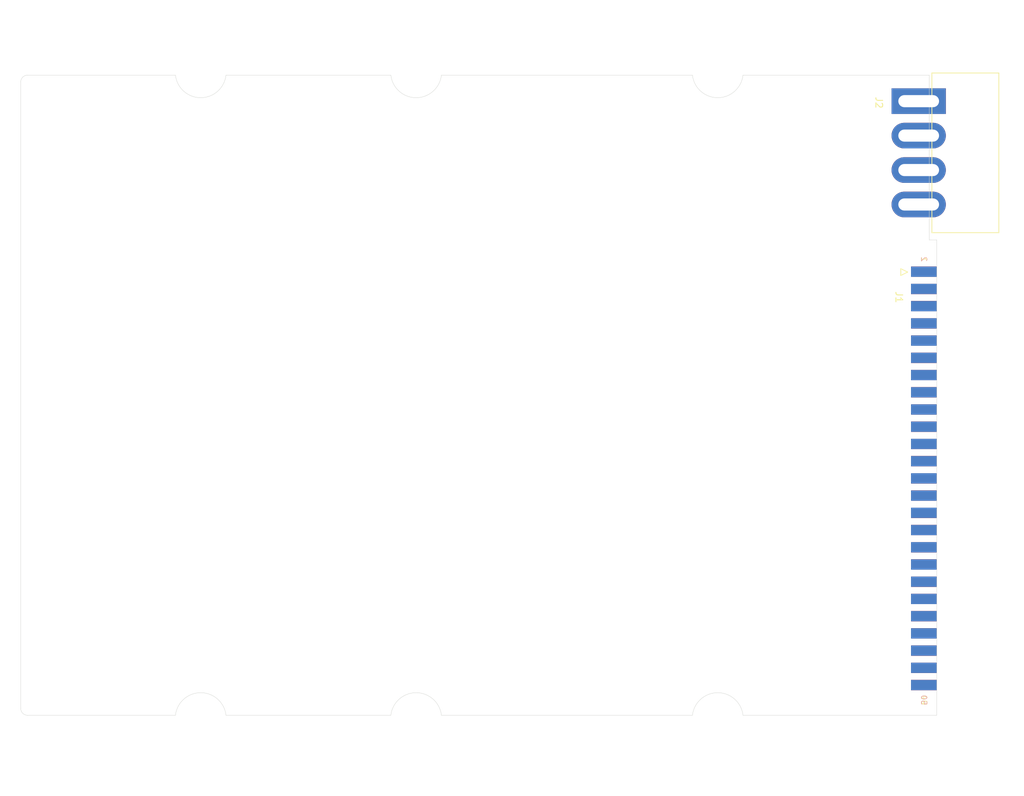
<source format=kicad_pcb>
(kicad_pcb (version 20211014) (generator pcbnew)
  (layers (0 "F.Cu" signal) (31 "B.Cu" signal) (34 "B.Paste" user) (35 "F.Paste" user) (36 "B.SilkS" user "B.Silkscreen") (37 "F.SilkS" user "F.Silkscreen") (38 "B.Mask" user) (39 "F.Mask" user) (44 "Edge.Cuts" user))
  (net 0 "")
  (footprint "project:TE_MATE-N-LOK_350211-1_1x04_P5.08mm_Edge" (layer "F.Cu") (at 208.388 63.954)
    (fp_text reference "J2" (at -7.9 -7.4 -90 unlocked) (layer "F.SilkS"))
    (fp_text value "Hard_Drive_Mate_n-Lok_Power_Conn_01x04")
    (fp_line (start -0.1 11.77) (end -0.1 -11.77) (layer "F.SilkS") (width 0.12))
    (fp_line (start 9.768 -11.77) (end 9.768 11.77) (layer "F.SilkS") (width 0.12))
    (fp_line (start -0.1 -11.77) (end 9.768 -11.77) (layer "F.SilkS") (width 0.12))
    (fp_line (start -0.1 11.77) (end 9.768 11.77) (layer "F.SilkS") (width 0.12))
    (pad "1" thru_hole rect (at -2.043 -7.62 90) (size 3.78 8) (drill oval 1.78 6) (layers *.Cu *.Mask))
    (pad "2" thru_hole oval (at -2.043 -2.54 90) (size 3.78 8) (drill oval 1.78 6) (layers *.Cu *.Mask))
    (pad "3" thru_hole oval (at -2.043 2.54 90) (size 3.78 8) (drill oval 1.78 6) (layers *.Cu *.Mask))
    (pad "4" thru_hole oval (at -2.043 7.62 90) (size 3.78 8) (drill oval 1.78 6) (layers *.Cu *.Mask))
  )
  (footprint "project:IDC-Header_2x25_P2.54mm_Edge" (layer "F.Cu") (at 209.023 81.288)
    (fp_text reference "J1" (at -5.58 3.96 -90 unlocked) (layer "F.SilkS"))
    (fp_text value "SCSI_SE_Internal_Conn_02x25_Odd_Even_MountingPin")
    (fp_text user "50" (at -1.905 63.373 -90 unlocked) (layer "B.SilkS") (effects (font (size 0.8 0.8) (thickness 0.1)) (justify mirror)))
    (fp_text user "2" (at -1.905 -1.651 -90 unlocked) (layer "B.SilkS") (effects (font (size 0.8 0.8) (thickness 0.1)) (justify mirror)))
    (fp_text user "49" (at -1.905 63.373 -90 unlocked) (layer "F.SilkS") (effects (font (size 0.8 0.8) (thickness 0.1))))
    (fp_text user "1" (at -1.905 -1.651 -90 unlocked) (layer "F.SilkS") (effects (font (size 0.8 0.8) (thickness 0.1))))
    (fp_line (start -4.315 0.254) (end -5.315 -0.246) (layer "F.SilkS") (width 0.12))
    (fp_line (start -5.315 0.754) (end -4.315 0.254) (layer "F.SilkS") (width 0.12))
    (fp_line (start -5.315 -0.246) (end -5.315 0.754) (layer "F.SilkS") (width 0.12))
    (pad "1" smd rect (at -1.905 0.2) (size 3.81 1.524) (layers "F.Cu" "F.Paste" "F.Mask"))
    (pad "2" smd rect (at -1.905 0.2) (size 3.81 1.524) (layers "B.Cu" "B.Paste" "B.Mask"))
    (pad "3" smd rect (at -1.905 2.74) (size 3.81 1.524) (layers "F.Cu" "F.Paste" "F.Mask"))
    (pad "4" smd rect (at -1.905 2.74) (size 3.81 1.524) (layers "B.Cu" "B.Paste" "B.Mask"))
    (pad "5" smd rect (at -1.905 5.28) (size 3.81 1.524) (layers "F.Cu" "F.Paste" "F.Mask"))
    (pad "6" smd rect (at -1.905 5.28) (size 3.81 1.524) (layers "B.Cu" "B.Paste" "B.Mask"))
    (pad "7" smd rect (at -1.905 7.82) (size 3.81 1.524) (layers "F.Cu" "F.Paste" "F.Mask"))
    (pad "8" smd rect (at -1.905 7.82) (size 3.81 1.524) (layers "B.Cu" "B.Paste" "B.Mask"))
    (pad "9" smd rect (at -1.905 10.36) (size 3.81 1.524) (layers "F.Cu" "F.Paste" "F.Mask"))
    (pad "10" smd rect (at -1.905 10.36) (size 3.81 1.524) (layers "B.Cu" "B.Paste" "B.Mask"))
    (pad "11" smd rect (at -1.905 12.9) (size 3.81 1.524) (layers "F.Cu" "F.Paste" "F.Mask"))
    (pad "12" smd rect (at -1.905 12.9) (size 3.81 1.524) (layers "B.Cu" "B.Paste" "B.Mask"))
    (pad "13" smd rect (at -1.905 15.44) (size 3.81 1.524) (layers "F.Cu" "F.Paste" "F.Mask"))
    (pad "14" smd rect (at -1.905 15.44) (size 3.81 1.524) (layers "B.Cu" "B.Paste" "B.Mask"))
    (pad "15" smd rect (at -1.905 17.98) (size 3.81 1.524) (layers "F.Cu" "F.Paste" "F.Mask"))
    (pad "16" smd rect (at -1.905 17.98) (size 3.81 1.524) (layers "B.Cu" "B.Paste" "B.Mask"))
    (pad "17" smd rect (at -1.905 20.52) (size 3.81 1.524) (layers "F.Cu" "F.Paste" "F.Mask"))
    (pad "18" smd rect (at -1.905 20.52) (size 3.81 1.524) (layers "B.Cu" "B.Paste" "B.Mask"))
    (pad "19" smd rect (at -1.905 23.06) (size 3.81 1.524) (layers "F.Cu" "F.Paste" "F.Mask"))
    (pad "20" smd rect (at -1.905 23.06) (size 3.81 1.524) (layers "B.Cu" "B.Paste" "B.Mask"))
    (pad "21" smd rect (at -1.905 25.6) (size 3.81 1.524) (layers "F.Cu" "F.Paste" "F.Mask"))
    (pad "22" smd rect (at -1.905 25.6) (size 3.81 1.524) (layers "B.Cu" "B.Paste" "B.Mask"))
    (pad "23" smd rect (at -1.905 28.14) (size 3.81 1.524) (layers "F.Cu" "F.Paste" "F.Mask"))
    (pad "24" smd rect (at -1.905 28.14) (size 3.81 1.524) (layers "B.Cu" "B.Paste" "B.Mask"))
    (pad "25" smd rect (at -1.905 30.68) (size 3.81 1.524) (layers "F.Cu" "F.Paste" "F.Mask"))
    (pad "26" smd rect (at -1.905 30.68) (size 3.81 1.524) (layers "B.Cu" "B.Paste" "B.Mask"))
    (pad "27" smd rect (at -1.905 33.22) (size 3.81 1.524) (layers "F.Cu" "F.Paste" "F.Mask"))
    (pad "28" smd rect (at -1.905 33.22) (size 3.81 1.524) (layers "B.Cu" "B.Paste" "B.Mask"))
    (pad "29" smd rect (at -1.905 35.76) (size 3.81 1.524) (layers "F.Cu" "F.Paste" "F.Mask"))
    (pad "30" smd rect (at -1.905 35.76) (size 3.81 1.524) (layers "B.Cu" "B.Paste" "B.Mask"))
    (pad "31" smd rect (at -1.905 38.3) (size 3.81 1.524) (layers "F.Cu" "F.Paste" "F.Mask"))
    (pad "32" smd rect (at -1.905 38.3) (size 3.81 1.524) (layers "B.Cu" "B.Paste" "B.Mask"))
    (pad "33" smd rect (at -1.905 40.84) (size 3.81 1.524) (layers "F.Cu" "F.Paste" "F.Mask"))
    (pad "34" smd rect (at -1.905 40.84) (size 3.81 1.524) (layers "B.Cu" "B.Paste" "B.Mask"))
    (pad "35" smd rect (at -1.905 43.38) (size 3.81 1.524) (layers "F.Cu" "F.Paste" "F.Mask"))
    (pad "36" smd rect (at -1.905 43.38) (size 3.81 1.524) (layers "B.Cu" "B.Paste" "B.Mask"))
    (pad "37" smd rect (at -1.905 45.92) (size 3.81 1.524) (layers "F.Cu" "F.Paste" "F.Mask"))
    (pad "38" smd rect (at -1.905 45.92) (size 3.81 1.524) (layers "B.Cu" "B.Paste" "B.Mask"))
    (pad "39" smd rect (at -1.905 48.46) (size 3.81 1.524) (layers "F.Cu" "F.Paste" "F.Mask"))
    (pad "40" smd rect (at -1.905 48.46) (size 3.81 1.524) (layers "B.Cu" "B.Paste" "B.Mask"))
    (pad "41" smd rect (at -1.905 51) (size 3.81 1.524) (layers "F.Cu" "F.Paste" "F.Mask"))
    (pad "42" smd rect (at -1.905 51) (size 3.81 1.524) (layers "B.Cu" "B.Paste" "B.Mask"))
    (pad "43" smd rect (at -1.905 53.54) (size 3.81 1.524) (layers "F.Cu" "F.Paste" "F.Mask"))
    (pad "44" smd rect (at -1.905 53.54) (size 3.81 1.524) (layers "B.Cu" "B.Paste" "B.Mask"))
    (pad "45" smd rect (at -1.905 56.08) (size 3.81 1.524) (layers "F.Cu" "F.Paste" "F.Mask"))
    (pad "46" smd rect (at -1.905 56.08) (size 3.81 1.524) (layers "B.Cu" "B.Paste" "B.Mask"))
    (pad "47" smd rect (at -1.905 58.62) (size 3.81 1.524) (layers "F.Cu" "F.Paste" "F.Mask"))
    (pad "48" smd rect (at -1.905 58.62) (size 3.81 1.524) (layers "B.Cu" "B.Paste" "B.Mask"))
    (pad "49" smd rect (at -1.905 61.16) (size 3.81 1.524) (layers "F.Cu" "F.Paste" "F.Mask"))
    (pad "50" smd rect (at -1.905 61.16) (size 3.81 1.524) (layers "B.Cu" "B.Paste" "B.Mask"))
  )
  (footprint "project:3.5 Hard Drive Bottom Outline" (layer "F.Cu") (at 218 48.9)
    (fp_text reference "REF**" hide)
    (fp_text value "3.5 Hard Drive Bottom Outline")
  )
  (gr_line (start 207.9 76.8) (end 209 76.8) (layer "Edge.Cuts") (width 0.05))
  (gr_line (start 207.9 52.5) (end 180.449999 52.500001) (layer "Edge.Cuts") (width 0.05))
  (gr_line (start 173.000001 52.499999) (end 135.999999 52.500001) (layer "Edge.Cuts") (width 0.05))
  (gr_line (start 128.550001 52.499999) (end 104.249999 52.500001) (layer "Edge.Cuts") (width 0.05))
  (gr_line (start 96.800001 52.499999) (end 75 52.5) (layer "Edge.Cuts") (width 0.05))
  (gr_line (start 75 146.9) (end 96.800001 146.899999) (layer "Edge.Cuts") (width 0.05))
  (gr_line (start 104.249999 146.900001) (end 128.550001 146.899999) (layer "Edge.Cuts") (width 0.05))
  (gr_line (start 135.999999 146.900001) (end 173.000001 146.899999) (layer "Edge.Cuts") (width 0.05))
  (gr_line (start 180.449999 146.900001) (end 209 146.9) (layer "Edge.Cuts") (width 0.05))
  (gr_arc (start 96.800001 146.899999) (mid 100.525001 143.575834) (end 104.249999 146.900001) (layer "Edge.Cuts") (width 0.05))
  (gr_arc (start 75 146.9) (mid 74.292893 146.607107) (end 74 145.9) (layer "Edge.Cuts") (width 0.05))
  (gr_arc (start 173.000001 146.899999) (mid 176.725001 143.575834) (end 180.449999 146.900001) (layer "Edge.Cuts") (width 0.05))
  (gr_arc (start 104.249999 52.500001) (mid 100.524999 55.824166) (end 96.800001 52.499999) (layer "Edge.Cuts") (width 0.05))
  (gr_line (start 209 76.8) (end 209 146.9) (layer "Edge.Cuts") (width 0.05))
  (gr_arc (start 128.550001 146.899999) (mid 132.275001 143.575834) (end 135.999999 146.900001) (layer "Edge.Cuts") (width 0.05))
  (gr_arc (start 74 53.5) (mid 74.292893 52.792893) (end 75 52.5) (layer "Edge.Cuts") (width 0.05))
  (gr_arc (start 180.449999 52.500001) (mid 176.724999 55.824166) (end 173.000001 52.499999) (layer "Edge.Cuts") (width 0.05))
  (gr_arc (start 135.999999 52.500001) (mid 132.274999 55.824166) (end 128.550001 52.499999) (layer "Edge.Cuts") (width 0.05))
  (gr_line (start 207.9 52.5) (end 207.9 76.8) (layer "Edge.Cuts") (width 0.05))
  (gr_line (start 74 145.9) (end 74 53.5) (layer "Edge.Cuts") (width 0.05))
)
</source>
